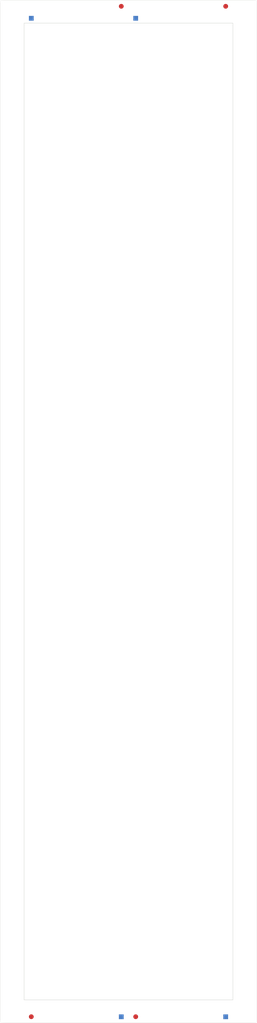
<source format=kicad_pcb>
(kicad_pcb (version 20211014) (generator pcbnew)
  (layers (0 "F.Cu" signal) (31 "B.Cu" signal) (34 "B.Paste" user) (35 "F.Paste" user) (36 "B.SilkS" user "B.Silkscreen") (37 "F.SilkS" user "F.Silkscreen") (38 "B.Mask" user) (39 "F.Mask" user) (44 "Edge.Cuts" user))
  (net 0 "")
  (footprint "NPTH" (layer "F.Cu") (at 13 424.3)
    (fp_text reference "REF**" hide)
    (fp_text value "NPTH" hide)
    (pad "" smd circle locked (at 0 0) (size 2 2) (layers "F.Cu" "F.Paste" "F.Mask"))
  )
  (footprint "NPTH" (layer "F.Cu") (at 94.08 2.575)
    (fp_text reference "REF**" hide)
    (fp_text value "NPTH" hide)
    (pad "" smd circle locked (at 0 0) (size 2 2) (layers "F.Cu" "F.Paste" "F.Mask"))
  )
  (footprint "NPTH" (layer "F.Cu") (at 50.53 2.575)
    (fp_text reference "REF**" hide)
    (fp_text value "NPTH" hide)
    (pad "" smd circle locked (at 0 0) (size 2 2) (layers "F.Cu" "F.Paste" "F.Mask"))
  )
  (footprint "NPTH" (layer "F.Cu") (at 56.55 424.3)
    (fp_text reference "REF**" hide)
    (fp_text value "NPTH" hide)
    (pad "" smd circle locked (at 0 0) (size 2 2) (layers "F.Cu" "F.Paste" "F.Mask"))
  )
  (footprint "NPTH" (layer "B.Cu") (at 13 7.575)
    (fp_text reference "REF**" hide)
    (fp_text value "NPTH" hide)
    (pad "" smd rect locked (at 0 0) (size 2 2) (layers "B.Cu" "B.Paste" "B.Mask"))
  )
  (footprint "NPTH" (layer "B.Cu") (at 56.55 7.575)
    (fp_text reference "REF**" hide)
    (fp_text value "NPTH" hide)
    (pad "" smd rect locked (at 0 0) (size 2 2) (layers "B.Cu" "B.Paste" "B.Mask"))
  )
  (footprint "NPTH" (layer "B.Cu") (at 94.08 424.325)
    (fp_text reference "REF**" hide)
    (fp_text value "NPTH" hide)
    (pad "" smd rect locked (at 0 0) (size 2 2) (layers "B.Cu" "B.Paste" "B.Mask"))
  )
  (footprint "NPTH" (layer "B.Cu") (at 50.53 424.325)
    (fp_text reference "REF**" hide)
    (fp_text value "NPTH" hide)
    (pad "" smd rect locked (at 0 0) (size 2 2) (layers "B.Cu" "B.Paste" "B.Mask"))
  )
  (gr_arc (start 0 1) (mid 0.292893 0.292893) (end 1 0) (layer "Edge.Cuts") (width 0.05))
  (gr_arc (start 106.1 0) (mid 106.807107 0.292893) (end 107.1 1) (layer "Edge.Cuts") (width 0.05))
  (gr_arc (start 107.1 425.875) (mid 106.807107 426.582107) (end 106.1 426.875) (layer "Edge.Cuts") (width 0.05))
  (gr_line (start 10 417.275) (end 97.1 417.275) (layer "Edge.Cuts") (width 0.15))
  (gr_line (start 10 9.6) (end 10 417.275) (layer "Edge.Cuts") (width 0.15))
  (gr_line (start 1 426.875) (end 106.1 426.875) (layer "Edge.Cuts") (width 0.1))
  (gr_line (start 106.1 0) (end 1 0) (layer "Edge.Cuts") (width 0.1))
  (gr_line (start 97.1 9.6) (end 97.1 417.275) (layer "Edge.Cuts") (width 0.15))
  (gr_arc (start 1 426.875) (mid 0.292893 426.582107) (end 0 425.875) (layer "Edge.Cuts") (width 0.05))
  (gr_line (start 0 1) (end 0 425.875) (layer "Edge.Cuts") (width 0.1))
  (gr_line (start 107.1 425.875) (end 107.1 1) (layer "Edge.Cuts") (width 0.1))
  (gr_line (start 10 9.6) (end 97.1 9.6) (layer "Edge.Cuts") (width 0.15))
)
</source>
